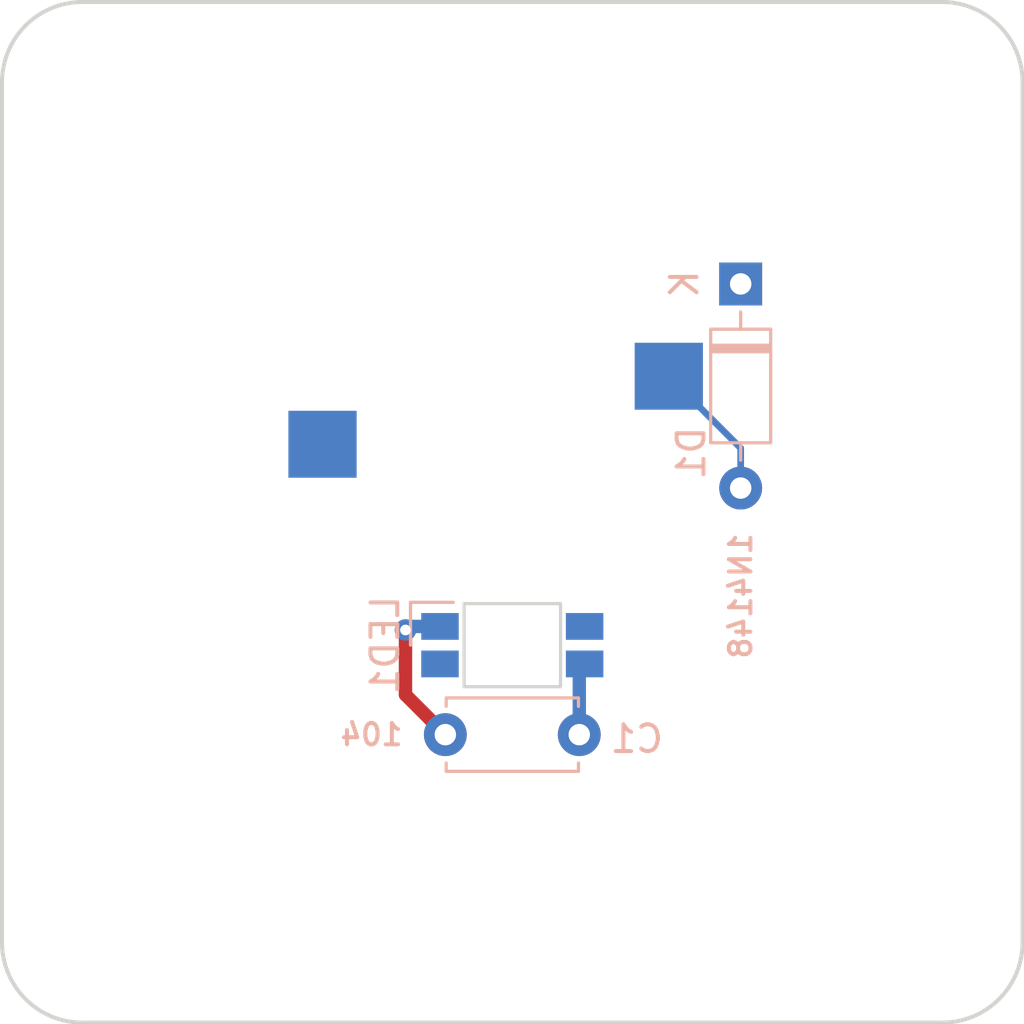
<source format=kicad_pcb>
(kicad_pcb (version 20240108) (generator "pcbnew") (generator_version "8.0")
  (title_block (title "travis_key") (rev "2024.03.20") (company "Travis Hardiman"))
  (layers (0 "F.Cu" signal) (31 "B.Cu" signal) (34 "B.Paste" user) (35 "F.Paste" user) (36 "B.SilkS" user "B.Silkscreen") (37 "F.SilkS" user "F.Silkscreen") (38 "B.Mask" user) (39 "F.Mask" user) (44 "Edge.Cuts" user))
  (net 0 "")
  (net 1 "col0")
  (net 2 "single_A_one")
  (net 3 "row0")
  (net 4 "RAW")
  (net 5 "LED_0")
  (net 6 "GND")
  (net 7 "LED_1")
  (footprint "MX" (layer "F.Cu") (at 100 100)
    (property "Reference" "S1" (at 0 0 0) (layer "F.SilkS") (effects (font (size 1.27 1.27))))
    (property "Value" "" (hide yes))
    (pad "" np_thru_hole circle (at -5.08 0) (size 1.7018 1.7018) (drill 1.7018) (layers "*.Cu" "*.Mask"))
    (pad "" np_thru_hole circle (at -3.81 -2.54) (size 3 3) (drill 3) (layers "*.Cu" "*.Mask"))
    (pad "" np_thru_hole circle (at 0 0) (size 3.9878 3.9878) (drill 3.9878) (layers "*.Cu" "*.Mask"))
    (pad "" np_thru_hole circle (at 2.54 -5.08) (size 3 3) (drill 3) (layers "*.Cu" "*.Mask"))
    (pad "" np_thru_hole circle (at 5.08 0) (size 1.7018 1.7018) (drill 1.7018) (layers "*.Cu" "*.Mask"))
    (pad "1" smd rect (at -7.085 -2.54) (size 2.55 2.5) (layers "B.Cu" "B.Paste" "B.Mask") (net 1 "col0"))
    (pad "2" smd rect (at 5.842 -5.08) (size 2.55 2.5) (layers "B.Cu" "B.Paste" "B.Mask") (net 2 "single_A_one"))
  )
  (footprint "ceoloide:led_SK6812mini-e (per-keysingle-side)" (layer "B.Cu") (at 100 104.96)
    (property "Reference" "LED1" (at -4.75 0 90) (layer "B.SilkS") (effects (justify mirror)))
    (property "Value" "")
    (fp_line (start -3.8 -1.6) (end -2.2 -1.6) (stroke (width 0.12)) (layer "B.SilkS"))
    (fp_line (start -3.8 0) (end -3.8 -1.6) (stroke (width 0.12)) (layer "B.SilkS"))
    (fp_line (start -1.8 -1.55) (end -1.8 1.55) (stroke (width 0.12)) (layer "Edge.Cuts"))
    (fp_line (start -1.8 1.55) (end 1.8 1.55) (stroke (width 0.12)) (layer "Edge.Cuts"))
    (fp_line (start 1.8 -1.55) (end -1.8 -1.55) (stroke (width 0.12)) (layer "Edge.Cuts"))
    (fp_line (start 1.8 1.55) (end 1.8 -1.55) (stroke (width 0.12)) (layer "Edge.Cuts"))
    (pad "1" smd rect (at 2.7 0.7) (size 1.4 1) (layers "B.Cu" "B.Paste" "B.Mask") (net 4 "RAW"))
    (pad "2" smd rect (at 2.7 -0.7) (size 1.4 1) (layers "B.Cu" "B.Paste" "B.Mask") (net 5 "LED_0"))
    (pad "3" smd rect (at -2.7 -0.7) (size 1.4 1) (layers "B.Cu" "B.Paste" "B.Mask") (net 6 "GND"))
    (pad "4" smd rect (at -2.7 0.7) (size 1.4 1) (layers "B.Cu" "B.Paste" "B.Mask") (net 7 "LED_1"))
  )
  (footprint "Diode_DO-35" (layer "B.Cu") (at 108.525 91.475 -90)
    (property "Reference" "D1" (at 6.315 1.845 -90) (layer "B.SilkS") (effects (justify mirror)))
    (property "Value" "1N4148" (at 11.649 0 270) (layer "B.SilkS") (effects (font (size 0.8 0.8)) (justify mirror)))
    (fp_line (start 1.69 1.12) (end 5.93 1.12) (stroke (width 0.12)) (layer "B.SilkS"))
    (fp_line (start 5.93 1.12) (end 5.93 -1.12) (stroke (width 0.12)) (layer "B.SilkS"))
    (fp_line (start 1.04 0) (end 1.69 0) (stroke (width 0.12)) (layer "B.SilkS"))
    (fp_line (start 6.58 0) (end 5.93 0) (stroke (width 0.12)) (layer "B.SilkS"))
    (fp_line (start 1.69 -1.12) (end 1.69 1.12) (stroke (width 0.12)) (layer "B.SilkS"))
    (fp_line (start 2.29 -1.12) (end 2.29 1.12) (stroke (width 0.12)) (layer "B.SilkS"))
    (fp_line (start 2.41 -1.12) (end 2.41 1.12) (stroke (width 0.12)) (layer "B.SilkS"))
    (fp_line (start 2.53 -1.12) (end 2.53 1.12) (stroke (width 0.12)) (layer "B.SilkS"))
    (fp_line (start 5.93 -1.12) (end 1.69 -1.12) (stroke (width 0.12)) (layer "B.SilkS"))
    (fp_text user "K" (at 0 2.099 -90) (layer "B.SilkS") (effects (justify mirror)))
    (pad "1" thru_hole rect (at 0 0 270) (size 1.6 1.6) (drill 0.8) (layers "*.Cu" "*.Mask") (net 3 "row0"))
    (pad "2" thru_hole oval (at 7.62 0 270) (size 1.6 1.6) (drill 0.8) (layers "*.Cu" "*.Mask") (net 2 "single_A_one"))
  )
  (footprint "C_Disc_D4.7mm_W2.5mm_P5.00mm" (layer "B.Cu") (at 102.5 108.3 180)
    (property "Reference" "C1" (at -2.148 -0.158 180) (layer "B.SilkS") (effects (justify mirror)))
    (property "Value" "104" (at 7.758 0 180) (layer "B.SilkS") (effects (font (size 0.8 0.8)) (justify mirror)))
    (fp_line (start 4.97 1.055) (end 4.97 1.37) (stroke (width 0.12)) (layer "B.SilkS"))
    (fp_line (start 4.97 -1.37) (end 4.97 -1.055) (stroke (width 0.12)) (layer "B.SilkS"))
    (fp_line (start 0.03 1.37) (end 4.97 1.37) (stroke (width 0.12)) (layer "B.SilkS"))
    (fp_line (start 0.03 1.055) (end 0.03 1.37) (stroke (width 0.12)) (layer "B.SilkS"))
    (fp_line (start 0.03 -1.37) (end 4.97 -1.37) (stroke (width 0.12)) (layer "B.SilkS"))
    (fp_line (start 0.03 -1.37) (end 0.03 -1.055) (stroke (width 0.12)) (layer "B.SilkS"))
    (pad "1" thru_hole circle (at 0 0) (size 1.6 1.6) (drill 0.8) (layers "*.Cu" "*.Mask") (net 4 "RAW"))
    (pad "2" thru_hole circle (at 5 0) (size 1.6 1.6) (drill 0.8) (layers "*.Cu" "*.Mask") (net 6 "GND"))
  )
  (gr_line (start 116.05 119.05) (end 83.95 119.05) (stroke (width 0.15)) (layer "Edge.Cuts"))
  (gr_line (start 80.95 116.05) (end 80.95 83.95) (stroke (width 0.15)) (layer "Edge.Cuts"))
  (gr_line (start 119.05 83.95) (end 119.05 116.05) (stroke (width 0.15)) (layer "Edge.Cuts"))
  (gr_arc (start 116.05 80.95) (mid 118.17132 81.82868) (end 119.05 83.95) (stroke (width 0.15)) (layer "Edge.Cuts"))
  (gr_arc (start 119.05 116.05) (mid 118.17132 118.17132) (end 116.05 119.05) (stroke (width 0.15)) (layer "Edge.Cuts"))
  (gr_arc (start 80.95 83.95) (mid 81.82868 81.82868) (end 83.95 80.95) (stroke (width 0.15)) (layer "Edge.Cuts"))
  (gr_line (start 83.95 80.95) (end 116.05 80.95) (stroke (width 0.15)) (layer "Edge.Cuts"))
  (gr_arc (start 83.95 119.05) (mid 81.82868 118.17132) (end 80.95 116.05) (stroke (width 0.15)) (layer "Edge.Cuts"))
  (segment (start 108.525 97.603) (end 105.842 94.92) (width 0.25) (layer "B.Cu") (net 2))
  (segment (start 108.525 99.095) (end 108.525 97.603) (width 0.25) (layer "B.Cu") (net 2))
  (segment (start 102.5 105.86) (end 102.7 105.66) (width 0.5) (layer "B.Cu") (net 4))
  (segment (start 102.5 108.3) (end 102.5 105.86) (width 0.5) (layer "B.Cu") (net 4))
  (segment (start 96.012 106.812) (end 97.5 108.3) (width 0.5) (layer "F.Cu") (net 6))
  (segment (start 96.012 104.394) (end 96.012 106.812) (width 0.5) (layer "F.Cu") (net 6))
  (via (at 96.012 104.394) (size 0.8) (drill 0.4) (layers "F.Cu" "B.Cu") (net 6))
  (segment (start 97.3 104.26) (end 96.146 104.26) (width 0.5) (layer "B.Cu") (net 6))
  (segment (start 96.146 104.26) (end 96.012 104.394) (width 0.5) (layer "B.Cu") (net 6))
)
</source>
